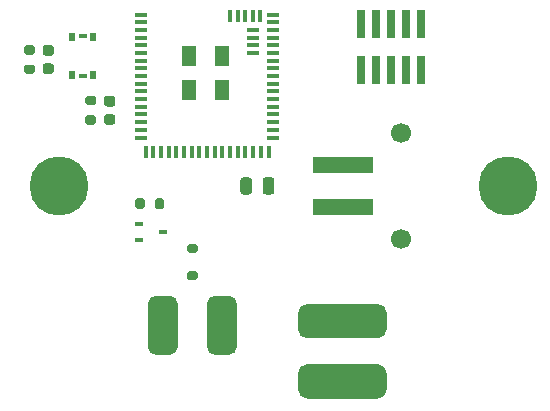
<source format=gbr>
%TF.GenerationSoftware,KiCad,Pcbnew,5.1.7-a382d34a8~88~ubuntu18.04.1*%
%TF.CreationDate,2022-12-15T19:41:17-05:00*%
%TF.ProjectId,project-nrf-leak-detector,70726f6a-6563-4742-9d6e-72662d6c6561,rev?*%
%TF.SameCoordinates,Original*%
%TF.FileFunction,Soldermask,Top*%
%TF.FilePolarity,Negative*%
%FSLAX46Y46*%
G04 Gerber Fmt 4.6, Leading zero omitted, Abs format (unit mm)*
G04 Created by KiCad (PCBNEW 5.1.7-a382d34a8~88~ubuntu18.04.1) date 2022-12-15 19:41:17*
%MOMM*%
%LPD*%
G01*
G04 APERTURE LIST*
%ADD10R,1.300000X1.800000*%
%ADD11R,1.100000X0.350000*%
%ADD12R,0.350000X1.100000*%
%ADD13R,0.600000X0.650000*%
%ADD14R,0.700000X0.350000*%
%ADD15R,0.700000X0.450000*%
%ADD16R,5.100000X1.400000*%
%ADD17C,1.700000*%
%ADD18R,0.740000X2.400000*%
%ADD19C,5.000000*%
G04 APERTURE END LIST*
%TO.C,LS1*%
G36*
G01*
X51750000Y-64375000D02*
X51750000Y-60625000D01*
G75*
G02*
X52375000Y-60000000I625000J0D01*
G01*
X53625000Y-60000000D01*
G75*
G02*
X54250000Y-60625000I0J-625000D01*
G01*
X54250000Y-64375000D01*
G75*
G02*
X53625000Y-65000000I-625000J0D01*
G01*
X52375000Y-65000000D01*
G75*
G02*
X51750000Y-64375000I0J625000D01*
G01*
G37*
G36*
G01*
X46750000Y-64375000D02*
X46750000Y-60625000D01*
G75*
G02*
X47375000Y-60000000I625000J0D01*
G01*
X48625000Y-60000000D01*
G75*
G02*
X49250000Y-60625000I0J-625000D01*
G01*
X49250000Y-64375000D01*
G75*
G02*
X48625000Y-65000000I-625000J0D01*
G01*
X47375000Y-65000000D01*
G75*
G02*
X46750000Y-64375000I0J625000D01*
G01*
G37*
%TD*%
%TO.C,R3*%
G36*
G01*
X41625000Y-44725000D02*
X42175000Y-44725000D01*
G75*
G02*
X42375000Y-44925000I0J-200000D01*
G01*
X42375000Y-45325000D01*
G75*
G02*
X42175000Y-45525000I-200000J0D01*
G01*
X41625000Y-45525000D01*
G75*
G02*
X41425000Y-45325000I0J200000D01*
G01*
X41425000Y-44925000D01*
G75*
G02*
X41625000Y-44725000I200000J0D01*
G01*
G37*
G36*
G01*
X41625000Y-43075000D02*
X42175000Y-43075000D01*
G75*
G02*
X42375000Y-43275000I0J-200000D01*
G01*
X42375000Y-43675000D01*
G75*
G02*
X42175000Y-43875000I-200000J0D01*
G01*
X41625000Y-43875000D01*
G75*
G02*
X41425000Y-43675000I0J200000D01*
G01*
X41425000Y-43275000D01*
G75*
G02*
X41625000Y-43075000I200000J0D01*
G01*
G37*
%TD*%
%TO.C,C3*%
G36*
G01*
X43750000Y-43975000D02*
X43250000Y-43975000D01*
G75*
G02*
X43025000Y-43750000I0J225000D01*
G01*
X43025000Y-43300000D01*
G75*
G02*
X43250000Y-43075000I225000J0D01*
G01*
X43750000Y-43075000D01*
G75*
G02*
X43975000Y-43300000I0J-225000D01*
G01*
X43975000Y-43750000D01*
G75*
G02*
X43750000Y-43975000I-225000J0D01*
G01*
G37*
G36*
G01*
X43750000Y-45525000D02*
X43250000Y-45525000D01*
G75*
G02*
X43025000Y-45300000I0J225000D01*
G01*
X43025000Y-44850000D01*
G75*
G02*
X43250000Y-44625000I225000J0D01*
G01*
X43750000Y-44625000D01*
G75*
G02*
X43975000Y-44850000I0J-225000D01*
G01*
X43975000Y-45300000D01*
G75*
G02*
X43750000Y-45525000I-225000J0D01*
G01*
G37*
%TD*%
D10*
%TO.C,U1*%
X50200000Y-42550000D03*
X53000000Y-42550000D03*
X53000000Y-39700000D03*
X50200000Y-39700000D03*
D11*
X55650000Y-39450000D03*
X55650000Y-38800000D03*
X55650000Y-38150000D03*
X55650000Y-37500000D03*
D12*
X53700000Y-36300000D03*
X54350000Y-36300000D03*
X55000000Y-36300000D03*
X55650000Y-36300000D03*
X56250000Y-36300000D03*
D11*
X57350000Y-36200000D03*
X57350000Y-36850000D03*
X57350000Y-37500000D03*
X57350000Y-38150000D03*
X57350000Y-38800000D03*
X57350000Y-39450000D03*
X57350000Y-40100000D03*
X57350000Y-40750000D03*
X57350000Y-41400000D03*
X57350000Y-42050000D03*
X57350000Y-42700000D03*
X57350000Y-43350000D03*
X57350000Y-44000000D03*
X57350000Y-44650000D03*
X57350000Y-45300000D03*
X57350000Y-45950000D03*
X57350000Y-46600000D03*
D12*
X56950000Y-47800000D03*
X56300000Y-47800000D03*
X55650000Y-47800000D03*
X55000000Y-47800000D03*
X54350000Y-47800000D03*
X53700000Y-47800000D03*
X53050000Y-47800000D03*
X52400000Y-47800000D03*
X51750000Y-47800000D03*
X51100000Y-47800000D03*
X50450000Y-47800000D03*
X49800000Y-47800000D03*
X49150000Y-47800000D03*
X48500000Y-47800000D03*
X47850000Y-47800000D03*
X47200000Y-47800000D03*
X46550000Y-47800000D03*
D11*
X46150000Y-46600000D03*
X46150000Y-45950000D03*
X46150000Y-45300000D03*
X46150000Y-44650000D03*
X46150000Y-44000000D03*
X46150000Y-43350000D03*
X46150000Y-42700000D03*
X46150000Y-42050000D03*
X46150000Y-41400000D03*
X46150000Y-40750000D03*
X46150000Y-40100000D03*
X46150000Y-39450000D03*
X46150000Y-38800000D03*
X46150000Y-38150000D03*
X46150000Y-37500000D03*
X46150000Y-36850000D03*
X46150000Y-36200000D03*
%TD*%
D13*
%TO.C,S1*%
X42050000Y-38125000D03*
X42050000Y-41275000D03*
X40350000Y-38125000D03*
X40350000Y-41275000D03*
D14*
X41200000Y-37975000D03*
X41200000Y-41425000D03*
%TD*%
%TO.C,R2*%
G36*
G01*
X47325000Y-52475000D02*
X47325000Y-51925000D01*
G75*
G02*
X47525000Y-51725000I200000J0D01*
G01*
X47925000Y-51725000D01*
G75*
G02*
X48125000Y-51925000I0J-200000D01*
G01*
X48125000Y-52475000D01*
G75*
G02*
X47925000Y-52675000I-200000J0D01*
G01*
X47525000Y-52675000D01*
G75*
G02*
X47325000Y-52475000I0J200000D01*
G01*
G37*
G36*
G01*
X45675000Y-52475000D02*
X45675000Y-51925000D01*
G75*
G02*
X45875000Y-51725000I200000J0D01*
G01*
X46275000Y-51725000D01*
G75*
G02*
X46475000Y-51925000I0J-200000D01*
G01*
X46475000Y-52475000D01*
G75*
G02*
X46275000Y-52675000I-200000J0D01*
G01*
X45875000Y-52675000D01*
G75*
G02*
X45675000Y-52475000I0J200000D01*
G01*
G37*
%TD*%
%TO.C,R1*%
G36*
G01*
X36975000Y-39575000D02*
X36425000Y-39575000D01*
G75*
G02*
X36225000Y-39375000I0J200000D01*
G01*
X36225000Y-38975000D01*
G75*
G02*
X36425000Y-38775000I200000J0D01*
G01*
X36975000Y-38775000D01*
G75*
G02*
X37175000Y-38975000I0J-200000D01*
G01*
X37175000Y-39375000D01*
G75*
G02*
X36975000Y-39575000I-200000J0D01*
G01*
G37*
G36*
G01*
X36975000Y-41225000D02*
X36425000Y-41225000D01*
G75*
G02*
X36225000Y-41025000I0J200000D01*
G01*
X36225000Y-40625000D01*
G75*
G02*
X36425000Y-40425000I200000J0D01*
G01*
X36975000Y-40425000D01*
G75*
G02*
X37175000Y-40625000I0J-200000D01*
G01*
X37175000Y-41025000D01*
G75*
G02*
X36975000Y-41225000I-200000J0D01*
G01*
G37*
%TD*%
D15*
%TO.C,Q1*%
X48000000Y-54600000D03*
X46000000Y-55250000D03*
X46000000Y-53950000D03*
%TD*%
%TO.C,L1*%
G36*
G01*
X59450000Y-62875000D02*
X59450000Y-61425000D01*
G75*
G02*
X60175000Y-60700000I725000J0D01*
G01*
X66225000Y-60700000D01*
G75*
G02*
X66950000Y-61425000I0J-725000D01*
G01*
X66950000Y-62875000D01*
G75*
G02*
X66225000Y-63600000I-725000J0D01*
G01*
X60175000Y-63600000D01*
G75*
G02*
X59450000Y-62875000I0J725000D01*
G01*
G37*
G36*
G01*
X66950000Y-66525000D02*
X66950000Y-67975000D01*
G75*
G02*
X66225000Y-68700000I-725000J0D01*
G01*
X60175000Y-68700000D01*
G75*
G02*
X59450000Y-67975000I0J725000D01*
G01*
X59450000Y-66525000D01*
G75*
G02*
X60175000Y-65800000I725000J0D01*
G01*
X66225000Y-65800000D01*
G75*
G02*
X66950000Y-66525000I0J-725000D01*
G01*
G37*
%TD*%
D16*
%TO.C,J2*%
X63250000Y-48950000D03*
X63250000Y-52450000D03*
D17*
X68200000Y-46200000D03*
X68200000Y-55200000D03*
%TD*%
D18*
%TO.C,J1*%
X64760000Y-40850000D03*
X64760000Y-36950000D03*
X66030000Y-40850000D03*
X66030000Y-36950000D03*
X67300000Y-40850000D03*
X67300000Y-36950000D03*
X68570000Y-40850000D03*
X68570000Y-36950000D03*
X69840000Y-40850000D03*
X69840000Y-36950000D03*
%TD*%
D19*
%TO.C,H2*%
X77200000Y-50700000D03*
%TD*%
%TO.C,H1*%
X39200000Y-50700000D03*
%TD*%
%TO.C,D1*%
G36*
G01*
X50250000Y-55600000D02*
X50750000Y-55600000D01*
G75*
G02*
X50950000Y-55800000I0J-200000D01*
G01*
X50950000Y-56200000D01*
G75*
G02*
X50750000Y-56400000I-200000J0D01*
G01*
X50250000Y-56400000D01*
G75*
G02*
X50050000Y-56200000I0J200000D01*
G01*
X50050000Y-55800000D01*
G75*
G02*
X50250000Y-55600000I200000J0D01*
G01*
G37*
G36*
G01*
X50250000Y-57900000D02*
X50750000Y-57900000D01*
G75*
G02*
X50950000Y-58100000I0J-200000D01*
G01*
X50950000Y-58500000D01*
G75*
G02*
X50750000Y-58700000I-200000J0D01*
G01*
X50250000Y-58700000D01*
G75*
G02*
X50050000Y-58500000I0J200000D01*
G01*
X50050000Y-58100000D01*
G75*
G02*
X50250000Y-57900000I200000J0D01*
G01*
G37*
%TD*%
%TO.C,C2*%
G36*
G01*
X56450000Y-51175000D02*
X56450000Y-50225000D01*
G75*
G02*
X56700000Y-49975000I250000J0D01*
G01*
X57200000Y-49975000D01*
G75*
G02*
X57450000Y-50225000I0J-250000D01*
G01*
X57450000Y-51175000D01*
G75*
G02*
X57200000Y-51425000I-250000J0D01*
G01*
X56700000Y-51425000D01*
G75*
G02*
X56450000Y-51175000I0J250000D01*
G01*
G37*
G36*
G01*
X54550000Y-51175000D02*
X54550000Y-50225000D01*
G75*
G02*
X54800000Y-49975000I250000J0D01*
G01*
X55300000Y-49975000D01*
G75*
G02*
X55550000Y-50225000I0J-250000D01*
G01*
X55550000Y-51175000D01*
G75*
G02*
X55300000Y-51425000I-250000J0D01*
G01*
X54800000Y-51425000D01*
G75*
G02*
X54550000Y-51175000I0J250000D01*
G01*
G37*
%TD*%
%TO.C,C1*%
G36*
G01*
X38050000Y-40325000D02*
X38550000Y-40325000D01*
G75*
G02*
X38775000Y-40550000I0J-225000D01*
G01*
X38775000Y-41000000D01*
G75*
G02*
X38550000Y-41225000I-225000J0D01*
G01*
X38050000Y-41225000D01*
G75*
G02*
X37825000Y-41000000I0J225000D01*
G01*
X37825000Y-40550000D01*
G75*
G02*
X38050000Y-40325000I225000J0D01*
G01*
G37*
G36*
G01*
X38050000Y-38775000D02*
X38550000Y-38775000D01*
G75*
G02*
X38775000Y-39000000I0J-225000D01*
G01*
X38775000Y-39450000D01*
G75*
G02*
X38550000Y-39675000I-225000J0D01*
G01*
X38050000Y-39675000D01*
G75*
G02*
X37825000Y-39450000I0J225000D01*
G01*
X37825000Y-39000000D01*
G75*
G02*
X38050000Y-38775000I225000J0D01*
G01*
G37*
%TD*%
M02*

</source>
